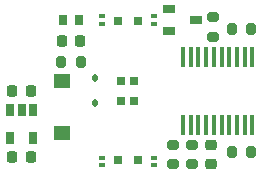
<source format=gtp>
%TF.GenerationSoftware,KiCad,Pcbnew,9.0.2*%
%TF.CreationDate,2026-02-09T05:43:33+00:00*%
%TF.ProjectId,kicad_rgb_module,6b696361-645f-4726-9762-5f6d6f64756c,0.1*%
%TF.SameCoordinates,PX518a060PY47868c0*%
%TF.FileFunction,Paste,Top*%
%TF.FilePolarity,Positive*%
%FSLAX46Y46*%
G04 Gerber Fmt 4.6, Leading zero omitted, Abs format (unit mm)*
G04 Created by KiCad (PCBNEW 9.0.2) date 2026-02-09 05:43:33*
%MOMM*%
%LPD*%
G01*
G04 APERTURE LIST*
G04 Aperture macros list*
%AMRoundRect*
0 Rectangle with rounded corners*
0 $1 Rounding radius*
0 $2 $3 $4 $5 $6 $7 $8 $9 X,Y pos of 4 corners*
0 Add a 4 corners polygon primitive as box body*
4,1,4,$2,$3,$4,$5,$6,$7,$8,$9,$2,$3,0*
0 Add four circle primitives for the rounded corners*
1,1,$1+$1,$2,$3*
1,1,$1+$1,$4,$5*
1,1,$1+$1,$6,$7*
1,1,$1+$1,$8,$9*
0 Add four rect primitives between the rounded corners*
20,1,$1+$1,$2,$3,$4,$5,0*
20,1,$1+$1,$4,$5,$6,$7,0*
20,1,$1+$1,$6,$7,$8,$9,0*
20,1,$1+$1,$8,$9,$2,$3,0*%
G04 Aperture macros list end*
%ADD10RoundRect,0.200000X-0.275000X0.200000X-0.275000X-0.200000X0.275000X-0.200000X0.275000X0.200000X0*%
%ADD11RoundRect,0.225000X-0.225000X-0.250000X0.225000X-0.250000X0.225000X0.250000X-0.225000X0.250000X0*%
%ADD12R,0.700000X1.000000*%
%ADD13R,0.700000X0.800000*%
%ADD14RoundRect,0.225000X-0.250000X0.225000X-0.250000X-0.225000X0.250000X-0.225000X0.250000X0.225000X0*%
%ADD15O,0.360000X1.740000*%
%ADD16R,0.800000X0.800000*%
%ADD17R,0.800000X0.860000*%
%ADD18RoundRect,0.225000X0.225000X0.250000X-0.225000X0.250000X-0.225000X-0.250000X0.225000X-0.250000X0*%
%ADD19R,0.550000X0.350000*%
%ADD20RoundRect,0.200000X-0.200000X-0.275000X0.200000X-0.275000X0.200000X0.275000X-0.200000X0.275000X0*%
%ADD21RoundRect,0.200000X0.200000X0.275000X-0.200000X0.275000X-0.200000X-0.275000X0.200000X-0.275000X0*%
%ADD22RoundRect,0.112500X0.112500X-0.187500X0.112500X0.187500X-0.112500X0.187500X-0.112500X-0.187500X0*%
%ADD23R,1.000000X0.800000*%
%ADD24R,1.360000X1.230000*%
G04 APERTURE END LIST*
D10*
%TO.C,R2*%
X3800000Y-4575000D03*
X3800000Y-6225000D03*
%TD*%
D11*
%TO.C,C1*%
X-5575000Y4200000D03*
X-4025000Y4200000D03*
%TD*%
D12*
%TO.C,U2*%
X-8050000Y-1600000D03*
X-9000000Y-1600000D03*
X-9950000Y-1600000D03*
X-9950000Y-4000000D03*
X-8050000Y-4000000D03*
%TD*%
D13*
%TO.C,D8*%
X-550000Y-850000D03*
X-550000Y850000D03*
X550000Y850000D03*
X550000Y-850000D03*
%TD*%
D14*
%TO.C,C2*%
X7000000Y-4625000D03*
X7000000Y-6175000D03*
%TD*%
D15*
%TO.C,U1*%
X4670000Y-2870000D03*
X5320000Y-2870000D03*
X5970000Y-2870000D03*
X6620000Y-2870000D03*
X7280000Y-2870000D03*
X7930000Y-2870000D03*
X8580000Y-2870000D03*
X9230000Y-2870000D03*
X9880000Y-2870000D03*
X10530000Y-2870000D03*
X10530000Y2870000D03*
X9880000Y2870000D03*
X9230000Y2870000D03*
X8580000Y2870000D03*
X7930000Y2870000D03*
X7280000Y2870000D03*
X6620000Y2870000D03*
X5970000Y2870000D03*
X5320000Y2870000D03*
X4670000Y2870000D03*
%TD*%
D16*
%TO.C,D7*%
X-850000Y5900000D03*
X850000Y5900000D03*
%TD*%
D17*
%TO.C,FB1*%
X-4100000Y6000000D03*
X-5500000Y6000000D03*
%TD*%
D18*
%TO.C,C4*%
X-8225000Y-5600000D03*
X-9775000Y-5600000D03*
%TD*%
D19*
%TO.C,D3*%
X-2200000Y-6320000D03*
X-2200000Y-5680000D03*
%TD*%
D16*
%TO.C,D6*%
X-850000Y-5900000D03*
X850000Y-5900000D03*
%TD*%
D10*
%TO.C,R6*%
X7200000Y6225000D03*
X7200000Y4575000D03*
%TD*%
D19*
%TO.C,D4*%
X-2200000Y6320000D03*
X-2200000Y5680000D03*
%TD*%
D20*
%TO.C,R4*%
X8775000Y-5200000D03*
X10425000Y-5200000D03*
%TD*%
D19*
%TO.C,D5*%
X2200000Y6320000D03*
X2200000Y5680000D03*
%TD*%
D21*
%TO.C,R5*%
X10425000Y5200000D03*
X8775000Y5200000D03*
%TD*%
D22*
%TO.C,D9*%
X-2750000Y-1050000D03*
X-2750000Y1050000D03*
%TD*%
D23*
%TO.C,D1*%
X3450000Y6950000D03*
X3450000Y5050000D03*
X5750000Y6000000D03*
%TD*%
D20*
%TO.C,R1*%
X-5625000Y2400000D03*
X-3975000Y2400000D03*
%TD*%
D24*
%TO.C,SW1*%
X-5600000Y-3580000D03*
X-5600000Y780000D03*
%TD*%
D19*
%TO.C,D2*%
X2200000Y-6320000D03*
X2200000Y-5680000D03*
%TD*%
D18*
%TO.C,C3*%
X-8225000Y0D03*
X-9775000Y0D03*
%TD*%
D10*
%TO.C,R3*%
X5400000Y-4575000D03*
X5400000Y-6225000D03*
%TD*%
M02*

</source>
